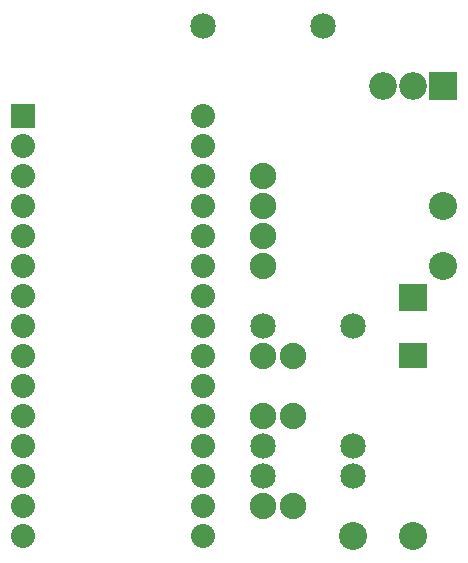
<source format=gbs>
G04 MADE WITH FRITZING*
G04 WWW.FRITZING.ORG*
G04 DOUBLE SIDED*
G04 HOLES PLATED*
G04 CONTOUR ON CENTER OF CONTOUR VECTOR*
%ASAXBY*%
%FSLAX23Y23*%
%MOIN*%
%OFA0B0*%
%SFA1.0B1.0*%
%ADD10C,0.085000*%
%ADD11C,0.092000*%
%ADD12C,0.093307*%
%ADD13C,0.088000*%
%ADD14C,0.080000*%
%ADD15R,0.092000X0.092000*%
%ADD16R,0.079972X0.080000*%
%ADD17C,0.010000*%
%LNMASK0*%
G90*
G70*
G54D10*
X1236Y539D03*
X936Y539D03*
X1236Y1039D03*
X936Y1039D03*
X1236Y639D03*
X936Y639D03*
X736Y2039D03*
X1136Y2039D03*
G54D11*
X1536Y1839D03*
X1436Y1839D03*
X1336Y1839D03*
G54D12*
X1536Y1239D03*
X1536Y1439D03*
X1236Y339D03*
X1436Y339D03*
G54D13*
X1036Y439D03*
X936Y439D03*
X1036Y939D03*
X936Y939D03*
X1036Y739D03*
X936Y739D03*
X936Y1539D03*
X936Y1439D03*
X936Y1339D03*
X936Y1239D03*
G54D14*
X136Y1739D03*
X136Y1639D03*
X136Y1539D03*
X136Y1439D03*
X136Y1339D03*
X136Y1239D03*
X136Y1139D03*
X136Y1039D03*
X136Y939D03*
X136Y839D03*
X136Y739D03*
X136Y639D03*
X136Y539D03*
X136Y439D03*
X136Y339D03*
X736Y1739D03*
X736Y1639D03*
X736Y1539D03*
X736Y1439D03*
X736Y1339D03*
X736Y1239D03*
X736Y1139D03*
X736Y1039D03*
X736Y939D03*
X736Y839D03*
X736Y739D03*
X736Y639D03*
X736Y539D03*
X736Y439D03*
X736Y339D03*
G54D15*
X1536Y1839D03*
G54D16*
X136Y1739D03*
G54D17*
G36*
X1483Y896D02*
X1389Y896D01*
X1389Y982D01*
X1483Y982D01*
X1483Y896D01*
G37*
D02*
G36*
X1483Y1089D02*
X1389Y1089D01*
X1389Y1176D01*
X1483Y1176D01*
X1483Y1089D01*
G37*
D02*
G04 End of Mask0*
M02*
</source>
